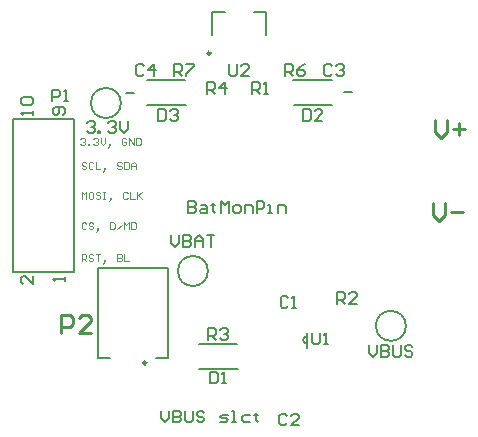
<source format=gto>
G04*
G04 #@! TF.GenerationSoftware,Altium Limited,Altium Designer,23.4.1 (23)*
G04*
G04 Layer_Color=65535*
%FSLAX44Y44*%
%MOMM*%
G71*
G04*
G04 #@! TF.SameCoordinates,578947FD-33E4-429F-A021-2FF82048D882*
G04*
G04*
G04 #@! TF.FilePolarity,Positive*
G04*
G01*
G75*
%ADD10C,0.2000*%
%ADD11C,0.2500*%
%ADD12C,0.1524*%
%ADD13C,0.1270*%
%ADD14C,0.1000*%
%ADD15C,0.2540*%
D10*
X358140Y90703D02*
G03*
X358140Y90703I-12700J0D01*
G01*
X116840Y279400D02*
G03*
X116840Y279400I-12700J0D01*
G01*
X190500Y137160D02*
G03*
X190500Y137160I-12700J0D01*
G01*
X97500Y63600D02*
X107500D01*
X97498Y63597D02*
Y139597D01*
X97500Y139600D02*
X156501D01*
X146500Y63600D02*
X156501D01*
Y139600D01*
X194163Y356633D02*
X204913D01*
X229413D02*
X240163D01*
Y337383D02*
Y356633D01*
X194163Y337383D02*
Y356633D01*
X25170Y136220D02*
X77470D01*
Y266220D01*
X25170Y136220D02*
Y266220D01*
X77470D01*
X305530Y289020D02*
X312194D01*
X121380Y287750D02*
X128045D01*
X327120Y74227D02*
Y67562D01*
X330452Y64230D01*
X333784Y67562D01*
Y74227D01*
X337117D02*
Y64230D01*
X342115D01*
X343781Y65896D01*
Y67562D01*
X342115Y69228D01*
X337117D01*
X342115D01*
X343781Y70894D01*
Y72561D01*
X342115Y74227D01*
X337117D01*
X347114D02*
Y65896D01*
X348780Y64230D01*
X352112D01*
X353778Y65896D01*
Y74227D01*
X363775Y72561D02*
X362109Y74227D01*
X358777D01*
X357110Y72561D01*
Y70894D01*
X358777Y69228D01*
X362109D01*
X363775Y67562D01*
Y65896D01*
X362109Y64230D01*
X358777D01*
X357110Y65896D01*
X173450Y196147D02*
Y186150D01*
X178448D01*
X180114Y187816D01*
Y189482D01*
X178448Y191148D01*
X173450D01*
X178448D01*
X180114Y192815D01*
Y194481D01*
X178448Y196147D01*
X173450D01*
X185113Y192815D02*
X188445D01*
X190111Y191148D01*
Y186150D01*
X185113D01*
X183447Y187816D01*
X185113Y189482D01*
X190111D01*
X195110Y194481D02*
Y192815D01*
X193444D01*
X196776D01*
X195110D01*
Y187816D01*
X196776Y186150D01*
X201774D02*
Y196147D01*
X205106Y192815D01*
X208439Y196147D01*
Y186150D01*
X213437D02*
X216769D01*
X218435Y187816D01*
Y191148D01*
X216769Y192815D01*
X213437D01*
X211771Y191148D01*
Y187816D01*
X213437Y186150D01*
X221768D02*
Y192815D01*
X226766D01*
X228432Y191148D01*
Y186150D01*
X231765D02*
Y196147D01*
X236763D01*
X238429Y194481D01*
Y191148D01*
X236763Y189482D01*
X231765D01*
X241761Y186150D02*
X245094D01*
X243428D01*
Y192815D01*
X241761D01*
X250092Y186150D02*
Y192815D01*
X255090D01*
X256756Y191148D01*
Y186150D01*
X58955Y280822D02*
Y290818D01*
X63954D01*
X65620Y289152D01*
Y285820D01*
X63954Y284154D01*
X58955D01*
X68952Y280822D02*
X72284D01*
X70618D01*
Y290818D01*
X68952Y289152D01*
X208839Y312338D02*
Y304008D01*
X210506Y302342D01*
X213838D01*
X215504Y304008D01*
Y312338D01*
X225501Y302342D02*
X218836D01*
X225501Y309006D01*
Y310672D01*
X223834Y312338D01*
X220502D01*
X218836Y310672D01*
X161849Y302342D02*
Y312338D01*
X166848D01*
X168514Y310672D01*
Y307340D01*
X166848Y305674D01*
X161849D01*
X165182D02*
X168514Y302342D01*
X171846Y312338D02*
X178511D01*
Y310672D01*
X171846Y304008D01*
Y302342D01*
X255829D02*
Y312338D01*
X260828D01*
X262494Y310672D01*
Y307340D01*
X260828Y305674D01*
X255829D01*
X259162D02*
X262494Y302342D01*
X272491Y312338D02*
X269158Y310672D01*
X265826Y307340D01*
Y304008D01*
X267492Y302342D01*
X270825D01*
X272491Y304008D01*
Y305674D01*
X270825Y307340D01*
X265826D01*
X150950Y18968D02*
Y12304D01*
X154282Y8972D01*
X157614Y12304D01*
Y18968D01*
X160947D02*
Y8972D01*
X165945D01*
X167611Y10638D01*
Y12304D01*
X165945Y13970D01*
X160947D01*
X165945D01*
X167611Y15636D01*
Y17302D01*
X165945Y18968D01*
X160947D01*
X170943D02*
Y10638D01*
X172610Y8972D01*
X175942D01*
X177608Y10638D01*
Y18968D01*
X187605Y17302D02*
X185939Y18968D01*
X182606D01*
X180940Y17302D01*
Y15636D01*
X182606Y13970D01*
X185939D01*
X187605Y12304D01*
Y10638D01*
X185939Y8972D01*
X182606D01*
X180940Y10638D01*
X200934Y8972D02*
X205932D01*
X207598Y10638D01*
X205932Y12304D01*
X202600D01*
X200934Y13970D01*
X202600Y15636D01*
X207598D01*
X210931Y8972D02*
X214263D01*
X212597D01*
Y18968D01*
X210931D01*
X225926Y15636D02*
X220927D01*
X219261Y13970D01*
Y10638D01*
X220927Y8972D01*
X225926D01*
X230924Y17302D02*
Y15636D01*
X229258D01*
X232590D01*
X230924D01*
Y10638D01*
X232590Y8972D01*
X189789Y287102D02*
Y297098D01*
X194788D01*
X196454Y295432D01*
Y292100D01*
X194788Y290434D01*
X189789D01*
X193122D02*
X196454Y287102D01*
X204785D02*
Y297098D01*
X199786Y292100D01*
X206451D01*
X191059Y78822D02*
Y88818D01*
X196058D01*
X197724Y87152D01*
Y83820D01*
X196058Y82154D01*
X191059D01*
X194392D02*
X197724Y78822D01*
X201056Y87152D02*
X202722Y88818D01*
X206054D01*
X207721Y87152D01*
Y85486D01*
X206054Y83820D01*
X204388D01*
X206054D01*
X207721Y82154D01*
Y80488D01*
X206054Y78822D01*
X202722D01*
X201056Y80488D01*
X300279Y109302D02*
Y119298D01*
X305278D01*
X306944Y117632D01*
Y114300D01*
X305278Y112634D01*
X300279D01*
X303612D02*
X306944Y109302D01*
X316941D02*
X310276D01*
X316941Y115966D01*
Y117632D01*
X315275Y119298D01*
X311942D01*
X310276Y117632D01*
X228286Y287102D02*
Y297098D01*
X233284D01*
X234950Y295432D01*
Y292100D01*
X233284Y290434D01*
X228286D01*
X231618D02*
X234950Y287102D01*
X238282D02*
X241614D01*
X239948D01*
Y297098D01*
X238282Y295432D01*
X136764Y310672D02*
X135098Y312338D01*
X131765D01*
X130099Y310672D01*
Y304008D01*
X131765Y302342D01*
X135098D01*
X136764Y304008D01*
X145094Y302342D02*
Y312338D01*
X140096Y307340D01*
X146761D01*
X295514Y310672D02*
X293848Y312338D01*
X290515D01*
X288849Y310672D01*
Y304008D01*
X290515Y302342D01*
X293848D01*
X295514Y304008D01*
X298846Y310672D02*
X300512Y312338D01*
X303845D01*
X305511Y310672D01*
Y309006D01*
X303845Y307340D01*
X302178D01*
X303845D01*
X305511Y305674D01*
Y304008D01*
X303845Y302342D01*
X300512D01*
X298846Y304008D01*
X257414Y14762D02*
X255748Y16428D01*
X252416D01*
X250749Y14762D01*
Y8098D01*
X252416Y6432D01*
X255748D01*
X257414Y8098D01*
X267411Y6432D02*
X260746D01*
X267411Y13096D01*
Y14762D01*
X265744Y16428D01*
X262412D01*
X260746Y14762D01*
X258691Y114136D02*
X257025Y115802D01*
X253693D01*
X252027Y114136D01*
Y107471D01*
X253693Y105805D01*
X257025D01*
X258691Y107471D01*
X262023Y105805D02*
X265356D01*
X263689D01*
Y115802D01*
X262023Y114136D01*
X159473Y167558D02*
Y160894D01*
X162805Y157562D01*
X166137Y160894D01*
Y167558D01*
X169469D02*
Y157562D01*
X174468D01*
X176134Y159228D01*
Y160894D01*
X174468Y162560D01*
X169469D01*
X174468D01*
X176134Y164226D01*
Y165892D01*
X174468Y167558D01*
X169469D01*
X179466Y157562D02*
Y164226D01*
X182798Y167558D01*
X186131Y164226D01*
Y157562D01*
Y162560D01*
X179466D01*
X189463Y167558D02*
X196127D01*
X192795D01*
Y157562D01*
X279086Y85008D02*
Y76678D01*
X280752Y75012D01*
X284084D01*
X285750Y76678D01*
Y85008D01*
X289082Y75012D02*
X292414D01*
X290748D01*
Y85008D01*
X289082Y83342D01*
X270881Y274238D02*
Y264242D01*
X275880D01*
X277546Y265908D01*
Y272572D01*
X275880Y274238D01*
X270881D01*
X287543Y264242D02*
X280878D01*
X287543Y270906D01*
Y272572D01*
X285877Y274238D01*
X282544D01*
X280878Y272572D01*
X192726Y51988D02*
Y41992D01*
X197724D01*
X199390Y43658D01*
Y50322D01*
X197724Y51988D01*
X192726D01*
X202722Y41992D02*
X206054D01*
X204388D01*
Y51988D01*
X202722Y50322D01*
X148349Y274238D02*
Y264242D01*
X153348D01*
X155014Y265908D01*
Y272572D01*
X153348Y274238D01*
X148349D01*
X158346Y272572D02*
X160012Y274238D01*
X163344D01*
X165011Y272572D01*
Y270906D01*
X163344Y269240D01*
X161678D01*
X163344D01*
X165011Y267574D01*
Y265908D01*
X163344Y264242D01*
X160012D01*
X158346Y265908D01*
X87916Y262412D02*
X89582Y264078D01*
X92914D01*
X94580Y262412D01*
Y260746D01*
X92914Y259080D01*
X91248D01*
X92914D01*
X94580Y257414D01*
Y255748D01*
X92914Y254082D01*
X89582D01*
X87916Y255748D01*
X97912Y254082D02*
Y255748D01*
X99579D01*
Y254082D01*
X97912D01*
X106243Y262412D02*
X107909Y264078D01*
X111242D01*
X112908Y262412D01*
Y260746D01*
X111242Y259080D01*
X109575D01*
X111242D01*
X112908Y257414D01*
Y255748D01*
X111242Y254082D01*
X107909D01*
X106243Y255748D01*
X116240Y264078D02*
Y257414D01*
X119572Y254082D01*
X122904Y257414D01*
Y264078D01*
D11*
X138410Y59320D02*
G03*
X138410Y59320I-1250J0D01*
G01*
X192663Y321633D02*
G03*
X192663Y321633I-1250J0D01*
G01*
D12*
X274185Y81788D02*
G03*
X274185Y75692I0J-3048D01*
G01*
Y81788D02*
Y85090D01*
Y75692D02*
Y81788D01*
Y72390D02*
Y75692D01*
X42320Y269320D02*
Y272706D01*
Y271013D01*
X32163D01*
X33856Y269320D01*
Y277784D02*
X32163Y279477D01*
Y282862D01*
X33856Y284555D01*
X40627D01*
X42320Y282862D01*
Y279477D01*
X40627Y277784D01*
X33856D01*
X67627Y269320D02*
X69320Y271013D01*
Y274398D01*
X67627Y276091D01*
X60856D01*
X59163Y274398D01*
Y271013D01*
X60856Y269320D01*
X62549D01*
X64242Y271013D01*
Y276091D01*
X69320Y129120D02*
Y132506D01*
Y130813D01*
X59163D01*
X60856Y129120D01*
X42320Y132891D02*
Y126120D01*
X35549Y132891D01*
X33856D01*
X32163Y131198D01*
Y127813D01*
X33856Y126120D01*
D13*
X262712Y298740D02*
X295712D01*
X263212Y277840D02*
X295212D01*
X138893Y277840D02*
X171894D01*
X139394Y298740D02*
X171394D01*
X183390Y75220D02*
X215390D01*
X182890Y54320D02*
X215890D01*
D14*
X83616Y198365D02*
Y204363D01*
X85616Y202364D01*
X87615Y204363D01*
Y198365D01*
X92613Y204363D02*
X90614D01*
X89614Y203364D01*
Y199365D01*
X90614Y198365D01*
X92613D01*
X93613Y199365D01*
Y203364D01*
X92613Y204363D01*
X99611Y203364D02*
X98611Y204363D01*
X96612D01*
X95612Y203364D01*
Y202364D01*
X96612Y201364D01*
X98611D01*
X99611Y200365D01*
Y199365D01*
X98611Y198365D01*
X96612D01*
X95612Y199365D01*
X101610Y204363D02*
X103610D01*
X102610D01*
Y198365D01*
X101610D01*
X103610D01*
X107608Y197366D02*
X108608Y198365D01*
Y199365D01*
X107608D01*
Y198365D01*
X108608D01*
X107608Y197366D01*
X106609Y196366D01*
X122604Y203364D02*
X121604Y204363D01*
X119605D01*
X118605Y203364D01*
Y199365D01*
X119605Y198365D01*
X121604D01*
X122604Y199365D01*
X124603Y204363D02*
Y198365D01*
X128602D01*
X130601Y204363D02*
Y198365D01*
Y200365D01*
X134600Y204363D01*
X131601Y201364D01*
X134600Y198365D01*
X87615Y177364D02*
X86615Y178363D01*
X84616D01*
X83616Y177364D01*
Y173365D01*
X84616Y172365D01*
X86615D01*
X87615Y173365D01*
X93613Y177364D02*
X92613Y178363D01*
X90614D01*
X89614Y177364D01*
Y176364D01*
X90614Y175364D01*
X92613D01*
X93613Y174365D01*
Y173365D01*
X92613Y172365D01*
X90614D01*
X89614Y173365D01*
X96612Y171366D02*
X97612Y172365D01*
Y173365D01*
X96612D01*
Y172365D01*
X97612D01*
X96612Y171366D01*
X95612Y170366D01*
X107608Y178363D02*
Y172365D01*
X110607D01*
X111607Y173365D01*
Y177364D01*
X110607Y178363D01*
X107608D01*
X113607Y172365D02*
X117605Y176364D01*
X119605Y172365D02*
Y178363D01*
X121604Y176364D01*
X123603Y178363D01*
Y172365D01*
X125603Y178363D02*
Y172365D01*
X128602D01*
X129601Y173365D01*
Y177364D01*
X128602Y178363D01*
X125603D01*
X83616Y145365D02*
Y151363D01*
X86615D01*
X87615Y150364D01*
Y148364D01*
X86615Y147365D01*
X83616D01*
X85616D02*
X87615Y145365D01*
X93613Y150364D02*
X92613Y151363D01*
X90614D01*
X89614Y150364D01*
Y149364D01*
X90614Y148364D01*
X92613D01*
X93613Y147365D01*
Y146365D01*
X92613Y145365D01*
X90614D01*
X89614Y146365D01*
X95612Y151363D02*
X99611D01*
X97612D01*
Y145365D01*
X102610Y144366D02*
X103610Y145365D01*
Y146365D01*
X102610D01*
Y145365D01*
X103610D01*
X102610Y144366D01*
X101610Y143366D01*
X113607Y151363D02*
Y145365D01*
X116606D01*
X117605Y146365D01*
Y147365D01*
X116606Y148364D01*
X113607D01*
X116606D01*
X117605Y149364D01*
Y150364D01*
X116606Y151363D01*
X113607D01*
X119605D02*
Y145365D01*
X123603D01*
X87615Y228364D02*
X86615Y229363D01*
X84616D01*
X83616Y228364D01*
Y227364D01*
X84616Y226364D01*
X86615D01*
X87615Y225365D01*
Y224365D01*
X86615Y223365D01*
X84616D01*
X83616Y224365D01*
X93613Y228364D02*
X92613Y229363D01*
X90614D01*
X89614Y228364D01*
Y224365D01*
X90614Y223365D01*
X92613D01*
X93613Y224365D01*
X95612Y229363D02*
Y223365D01*
X99611D01*
X102610Y222366D02*
X103610Y223365D01*
Y224365D01*
X102610D01*
Y223365D01*
X103610D01*
X102610Y222366D01*
X101610Y221366D01*
X117605Y228364D02*
X116606Y229363D01*
X114606D01*
X113607Y228364D01*
Y227364D01*
X114606Y226364D01*
X116606D01*
X117605Y225365D01*
Y224365D01*
X116606Y223365D01*
X114606D01*
X113607Y224365D01*
X119605Y229363D02*
Y223365D01*
X122604D01*
X123603Y224365D01*
Y228364D01*
X122604Y229363D01*
X119605D01*
X125603Y223365D02*
Y227364D01*
X127602Y229363D01*
X129601Y227364D01*
Y223365D01*
Y226364D01*
X125603D01*
X82646Y248654D02*
X83646Y249653D01*
X85645D01*
X86645Y248654D01*
Y247654D01*
X85645Y246654D01*
X84646D01*
X85645D01*
X86645Y245655D01*
Y244655D01*
X85645Y243655D01*
X83646D01*
X82646Y244655D01*
X88644Y243655D02*
Y244655D01*
X89644D01*
Y243655D01*
X88644D01*
X93643Y248654D02*
X94642Y249653D01*
X96642D01*
X97641Y248654D01*
Y247654D01*
X96642Y246654D01*
X95642D01*
X96642D01*
X97641Y245655D01*
Y244655D01*
X96642Y243655D01*
X94642D01*
X93643Y244655D01*
X99641Y249653D02*
Y245655D01*
X101640Y243655D01*
X103639Y245655D01*
Y249653D01*
X106638Y242656D02*
X107638Y243655D01*
Y244655D01*
X106638D01*
Y243655D01*
X107638D01*
X106638Y242656D01*
X105639Y241656D01*
X121634Y248654D02*
X120634Y249653D01*
X118635D01*
X117635Y248654D01*
Y244655D01*
X118635Y243655D01*
X120634D01*
X121634Y244655D01*
Y246654D01*
X119634D01*
X123633Y243655D02*
Y249653D01*
X127632Y243655D01*
Y249653D01*
X129631D02*
Y243655D01*
X132630D01*
X133630Y244655D01*
Y248654D01*
X132630Y249653D01*
X129631D01*
D15*
X66044Y85092D02*
Y100328D01*
X73662D01*
X76201Y97788D01*
Y92710D01*
X73662Y90171D01*
X66044D01*
X91436Y85092D02*
X81279D01*
X91436Y95249D01*
Y97788D01*
X88897Y100328D01*
X83818D01*
X81279Y97788D01*
X381508Y195067D02*
Y184910D01*
X386586Y179832D01*
X391665Y184910D01*
Y195067D01*
X396743Y187449D02*
X406900D01*
X382778Y264917D02*
Y254760D01*
X387856Y249682D01*
X392935Y254760D01*
Y264917D01*
X398013Y257299D02*
X408170D01*
X403091Y262378D02*
Y252221D01*
M02*

</source>
